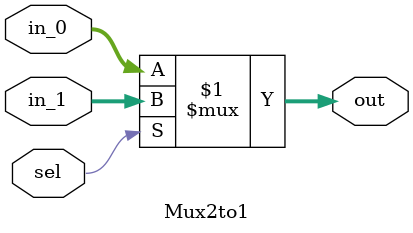
<source format=v>
`timescale 1ns / 1ps


module Mux2to1 #(parameter WIDTH = 32) (
    input  sel,
    input  [(WIDTH-1):0] in_0, in_1,
    output [(WIDTH-1):0] out
    );

assign out = (sel) ? in_1 : in_0;
    
endmodule

</source>
